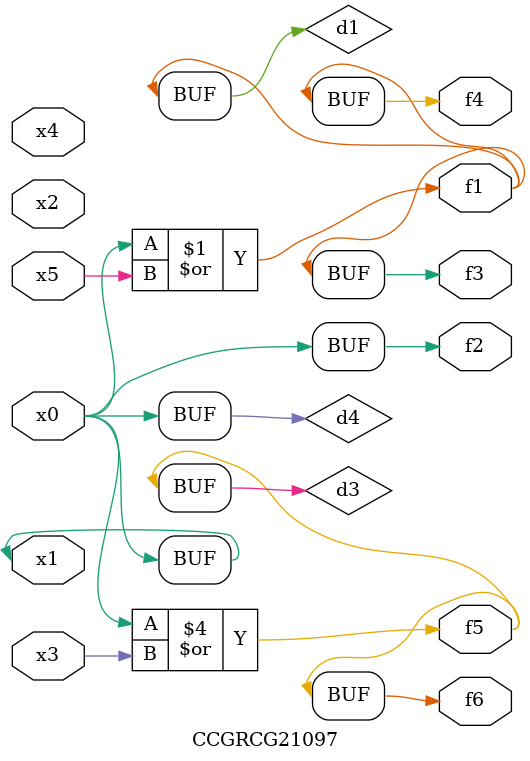
<source format=v>
module CCGRCG21097(
	input x0, x1, x2, x3, x4, x5,
	output f1, f2, f3, f4, f5, f6
);

	wire d1, d2, d3, d4;

	or (d1, x0, x5);
	xnor (d2, x1, x4);
	or (d3, x0, x3);
	buf (d4, x0, x1);
	assign f1 = d1;
	assign f2 = d4;
	assign f3 = d1;
	assign f4 = d1;
	assign f5 = d3;
	assign f6 = d3;
endmodule

</source>
